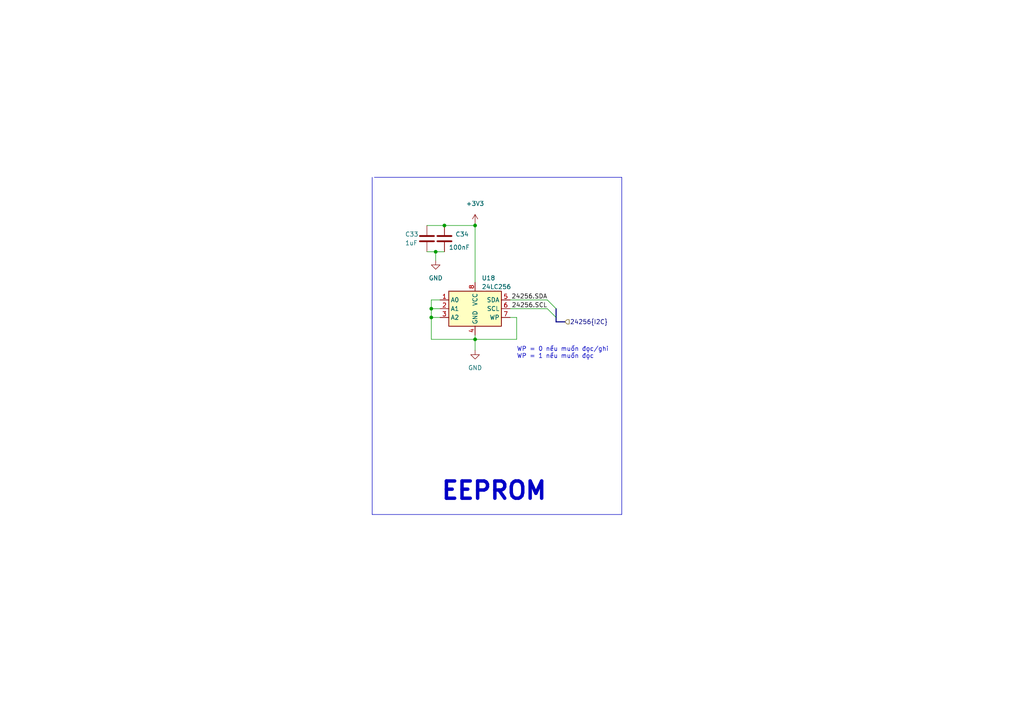
<source format=kicad_sch>
(kicad_sch (version 20230121) (generator eeschema)
  (paper "A4")
  (lib_symbols
    (symbol "Device:C" (pin_numbers hide) (pin_names (offset 0.254))
      (property "Reference" "C" (at 0.635 2.54 0))
      (property "Value" "C" (at 0.635 -2.54 0))
      (symbol "C_0_1"
        (polyline (pts (xy -2.032 -0.762) (xy 2.032 -0.762)) (stroke (width 0.508)))
        (polyline (pts (xy -2.032 0.762) (xy 2.032 0.762)) (stroke (width 0.508)))
      )
      (symbol "C_1_1"
        (pin passive line (at 0 3.81 270) (length 2.794) (name "~") (number "1"))
        (pin passive line (at 0 -3.81 90) (length 2.794) (name "~") (number "2"))
      )
    )
    (symbol "Memory_EEPROM:24LC256"
      (property "Reference" "U" (at -6.35 6.35 0))
      (property "Value" "24LC256" (at 1.27 6.35 0))
      (symbol "24LC256_1_1"
        (rectangle (start -7.62 5.08) (end 7.62 -5.08) (stroke (width 0.254)) (fill (type background)))
        (pin input line (at -10.16 2.54 0) (length 2.54) (name "A0") (number "1"))
        (pin input line (at -10.16 0 0) (length 2.54) (name "A1") (number "2"))
        (pin input line (at -10.16 -2.54 0) (length 2.54) (name "A2") (number "3"))
        (pin power_in line (at 0 -7.62 90) (length 2.54) (name "GND") (number "4"))
        (pin bidirectional line (at 10.16 2.54 180) (length 2.54) (name "SDA") (number "5"))
        (pin input line (at 10.16 0 180) (length 2.54) (name "SCL") (number "6"))
        (pin input line (at 10.16 -2.54 180) (length 2.54) (name "WP") (number "7"))
        (pin power_in line (at 0 7.62 270) (length 2.54) (name "VCC") (number "8"))
      )
    )
    (symbol "power:+3V3" (power) (pin_names (offset 0))
      (property "Value" "+3V3" (at 0 3.556 0))
      (symbol "+3V3_0_1"
        (polyline (pts (xy -0.762 1.27) (xy 0 2.54)))
        (polyline (pts (xy 0 0) (xy 0 2.54)))
        (polyline (pts (xy 0 2.54) (xy 0.762 1.27)))
      )
      (symbol "+3V3_1_1"
        (pin power_in line (at 0 0 90) (length 0) hide (name "+3V3") (number "1"))
      )
    )
    (symbol "power:GND" (power) (pin_names (offset 0))
      (property "Value" "GND" (at 0 -3.81 0))
      (symbol "GND_0_1"
        (polyline (pts (xy 0 0) (xy 0 -1.27) (xy 1.27 -1.27) (xy 0 -2.54) (xy -1.27 -1.27) (xy 0 -1.27)))
      )
      (symbol "GND_1_1"
        (pin power_in line (at 0 0 270) (length 0) hide (name "GND") (number "1"))
      )
    )
  )
  (junction (at 128.905 65.405))
  (junction (at 125.095 92.075))
  (junction (at 125.095 89.535))
  (junction (at 126.365 73.025))
  (junction (at 137.795 98.425))
  (junction (at 137.795 65.405))
  (bus_entry (at 158.75 86.995) (size 2.54 2.54))
  (bus_entry (at 158.75 89.535) (size 2.54 2.54))
  (wire (pts (xy 125.095 92.075) (xy 125.095 98.425)))
  (wire (pts (xy 147.955 89.535) (xy 158.75 89.535)))
  (wire (pts (xy 147.955 86.995) (xy 158.75 86.995)))
  (wire (pts (xy 128.905 65.405) (xy 137.795 65.405)))
  (polyline (pts (xy 180.34 149.225) (xy 107.95 149.225)))
  (wire (pts (xy 123.825 73.025) (xy 126.365 73.025)))
  (polyline (pts (xy 108.585 51.435) (xy 180.34 51.435)))
  (wire (pts (xy 127.635 92.075) (xy 125.095 92.075)))
  (bus (pts (xy 161.29 89.535) (xy 161.29 92.075)))
  (wire (pts (xy 126.365 73.025) (xy 128.905 73.025)))
  (wire (pts (xy 149.86 92.075) (xy 149.86 98.425)))
  (wire (pts (xy 137.795 64.77) (xy 137.795 65.405)))
  (polyline (pts (xy 107.95 51.435) (xy 107.95 149.225)))
  (bus (pts (xy 161.29 93.345) (xy 163.83 93.345)))
  (wire (pts (xy 137.795 98.425) (xy 137.795 97.155)))
  (wire (pts (xy 149.86 98.425) (xy 137.795 98.425)))
  (wire (pts (xy 126.365 75.565) (xy 126.365 73.025)))
  (wire (pts (xy 123.825 65.405) (xy 128.905 65.405)))
  (polyline (pts (xy 180.34 51.435) (xy 180.34 149.225)))
  (wire (pts (xy 125.095 89.535) (xy 125.095 92.075)))
  (wire (pts (xy 137.795 98.425) (xy 137.795 101.6)))
  (wire (pts (xy 125.095 98.425) (xy 137.795 98.425)))
  (wire (pts (xy 125.095 86.995) (xy 125.095 89.535)))
  (wire (pts (xy 125.095 89.535) (xy 127.635 89.535)))
  (bus (pts (xy 161.29 92.075) (xy 161.29 93.345)))
  (wire (pts (xy 147.955 92.075) (xy 149.86 92.075)))
  (wire (pts (xy 137.795 65.405) (xy 137.795 81.915)))
  (wire (pts (xy 127.635 86.995) (xy 125.095 86.995)))
  (text "EEPROM" (at 127.635 145.415 0) (effects (font (size 5 5) bold) (justify left bottom)))
  (text "WP = 0 nếu muốn đọc/ghi\nWP = 1 nếu muốn đọc" (at 149.86 104.14 0) (effects (font (size 1.27 1.27)) (justify left bottom)))
  (label "24256.SCL" (at 158.75 89.535 180))
  (label "24256.SDA" (at 158.75 86.995 180))
  (hierarchical_label "24256{I2C}" (shape input) (at 163.83 93.345 0))
  (symbol (lib_id "Device:C") (at 128.905 69.215 0) (unit 1)
    (property "Reference" "C34" (at 132.08 67.9449 0) (effects (justify left)))
    (property "Value" "100nF" (at 130.175 71.755 0) (effects (justify left)))
    (property "Footprint" "IVS_FOOTPRINTS:C0603" (effects hide))
  )
  (symbol (lib_id "power:GND") (at 137.795 101.6 0) (unit 1)
    (property "Reference" "#PWR0164" (effects hide))
    (property "Value" "GND" (at 137.795 106.68 0))
  )
  (symbol (lib_id "power:GND") (at 126.365 75.565 0) (unit 1)
    (property "Reference" "#PWR0162" (effects hide))
    (property "Value" "GND" (at 126.365 80.645 0))
  )
  (symbol (lib_id "Device:C") (at 123.825 69.215 0) (unit 1)
    (property "Reference" "C33" (at 117.475 67.945 0) (effects (justify left)))
    (property "Value" "1uF" (at 117.475 70.485 0) (effects (justify left)))
    (property "Footprint" "IVS_FOOTPRINTS:C0603" (effects hide))
  )
  (symbol (lib_id "power:+3V3") (at 137.795 64.77 0) (unit 1)
    (property "Reference" "#PWR0163" (effects hide))
    (property "Value" "+3V3" (at 137.795 59.055 0))
  )
  (symbol (lib_id "Memory_EEPROM:24LC256") (at 137.795 89.535 0) (unit 1)
    (property "Reference" "U18" (at 139.7 80.645 0) (effects (justify left)))
    (property "Value" "24LC256" (at 139.7 83.185 0) (effects (justify left)))
    (property "Footprint" "IVS_FOOTPRINTS:SOIC-8_3.9x4.9mm_P1.27mm" (effects hide))
    (property "Datasheet" "http://ww1.microchip.com/downloads/en/devicedoc/21203m.pdf" (effects hide))
  )
)
</source>
